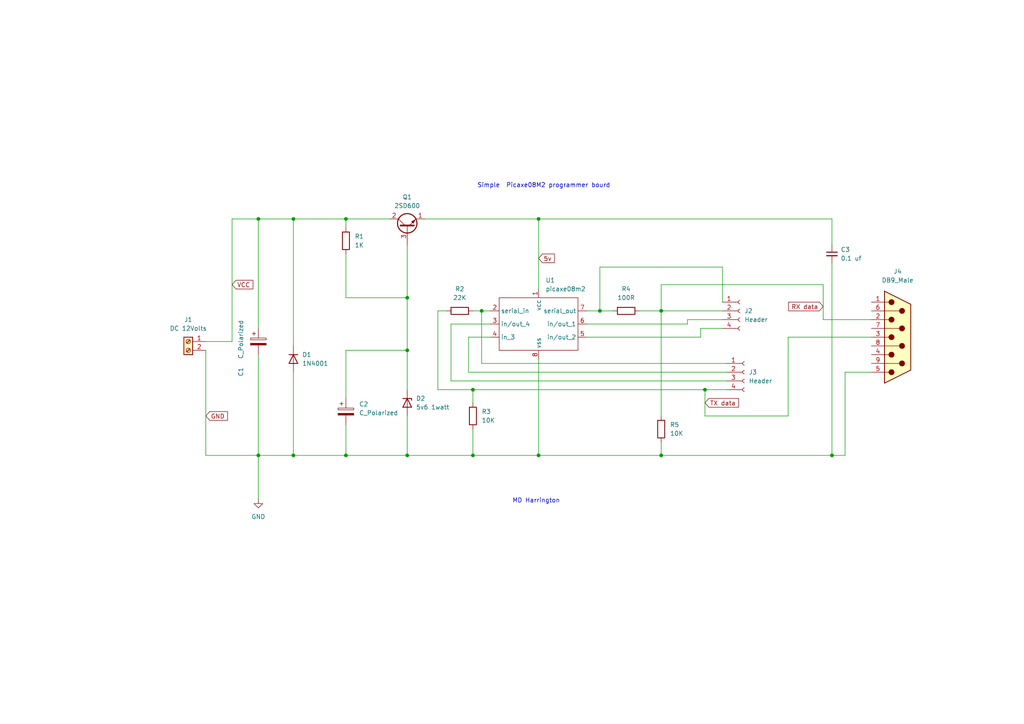
<source format=kicad_sch>
(kicad_sch (version 20211123) (generator eeschema)
  (paper "A4")
  (title_block (title "Pic Axe Programmer ") (date "2022-08-31") (rev "REV01") (company "MD Harrington"))
  (lib_symbols
    (symbol "Connector:Conn_01x04_Female" (pin_names (offset 1.016) hide)
      (property "Reference" "J" (at 0 5.08 0))
      (property "Value" "Conn_01x04_Female" (at 0 -7.62 0))
      (symbol "Conn_01x04_Female_1_1"
        (arc (start 0 -4.572) (mid -0.508 -5.08) (end 0 -5.588) (stroke (width 0.1524)))
        (arc (start 0 -2.032) (mid -0.508 -2.54) (end 0 -3.048) (stroke (width 0.1524)))
        (polyline (pts (xy -1.27 -5.08) (xy -0.508 -5.08)) (stroke (width 0.1524)))
        (polyline (pts (xy -1.27 -2.54) (xy -0.508 -2.54)) (stroke (width 0.1524)))
        (polyline (pts (xy -1.27 0) (xy -0.508 0)) (stroke (width 0.1524)))
        (polyline (pts (xy -1.27 2.54) (xy -0.508 2.54)) (stroke (width 0.1524)))
        (arc (start 0 0.508) (mid -0.508 0) (end 0 -0.508) (stroke (width 0.1524)))
        (arc (start 0 3.048) (mid -0.508 2.54) (end 0 2.032) (stroke (width 0.1524)))
        (pin passive line (at -5.08 2.54 0) (length 3.81) (name "Pin_1") (number "1"))
        (pin passive line (at -5.08 0 0) (length 3.81) (name "Pin_2") (number "2"))
        (pin passive line (at -5.08 -2.54 0) (length 3.81) (name "Pin_3") (number "3"))
        (pin passive line (at -5.08 -5.08 0) (length 3.81) (name "Pin_4") (number "4"))
      )
    )
    (symbol "Connector:DB9_Male" (pin_names (offset 1.016) hide)
      (property "Reference" "J" (at 0 13.97 0))
      (property "Value" "DB9_Male" (at 0 -14.605 0))
      (symbol "DB9_Male_0_1"
        (circle (center -1.778 -10.16) (radius 0.762) (fill (type outline)))
        (circle (center -1.778 -5.08) (radius 0.762) (fill (type outline)))
        (circle (center -1.778 0) (radius 0.762) (fill (type outline)))
        (circle (center -1.778 5.08) (radius 0.762) (fill (type outline)))
        (circle (center -1.778 10.16) (radius 0.762) (fill (type outline)))
        (polyline (pts (xy -3.81 -10.16) (xy -2.54 -10.16)))
        (polyline (pts (xy -3.81 -7.62) (xy 0.508 -7.62)))
        (polyline (pts (xy -3.81 -5.08) (xy -2.54 -5.08)))
        (polyline (pts (xy -3.81 -2.54) (xy 0.508 -2.54)))
        (polyline (pts (xy -3.81 0) (xy -2.54 0)))
        (polyline (pts (xy -3.81 2.54) (xy 0.508 2.54)))
        (polyline (pts (xy -3.81 5.08) (xy -2.54 5.08)))
        (polyline (pts (xy -3.81 7.62) (xy 0.508 7.62)))
        (polyline (pts (xy -3.81 10.16) (xy -2.54 10.16)))
        (polyline (pts (xy -3.81 -13.335) (xy -3.81 13.335) (xy 3.81 9.525) (xy 3.81 -9.525) (xy -3.81 -13.335)) (stroke (width 0.254)) (fill (type background)))
        (circle (center 1.27 -7.62) (radius 0.762) (fill (type outline)))
        (circle (center 1.27 -2.54) (radius 0.762) (fill (type outline)))
        (circle (center 1.27 2.54) (radius 0.762) (fill (type outline)))
        (circle (center 1.27 7.62) (radius 0.762) (fill (type outline)))
      )
      (symbol "DB9_Male_1_1"
        (pin passive line (at -7.62 -10.16 0) (length 3.81) (name "1") (number "1"))
        (pin passive line (at -7.62 -5.08 0) (length 3.81) (name "2") (number "2"))
        (pin passive line (at -7.62 0 0) (length 3.81) (name "3") (number "3"))
        (pin passive line (at -7.62 5.08 0) (length 3.81) (name "4") (number "4"))
        (pin passive line (at -7.62 10.16 0) (length 3.81) (name "5") (number "5"))
        (pin passive line (at -7.62 -7.62 0) (length 3.81) (name "6") (number "6"))
        (pin passive line (at -7.62 -2.54 0) (length 3.81) (name "7") (number "7"))
        (pin passive line (at -7.62 2.54 0) (length 3.81) (name "8") (number "8"))
        (pin passive line (at -7.62 7.62 0) (length 3.81) (name "9") (number "9"))
      )
    )
    (symbol "Connector:Screw_Terminal_01x02" (pin_names (offset 1.016) hide)
      (property "Reference" "J" (at 0 2.54 0))
      (property "Value" "Screw_Terminal_01x02" (at 0 -5.08 0))
      (symbol "Screw_Terminal_01x02_1_1"
        (rectangle (start -1.27 1.27) (end 1.27 -3.81) (stroke (width 0.254)) (fill (type background)))
        (circle (center 0 -2.54) (radius 0.635) (stroke (width 0.1524)))
        (polyline (pts (xy -0.5334 -2.2098) (xy 0.3302 -3.048)) (stroke (width 0.1524)))
        (polyline (pts (xy -0.5334 0.3302) (xy 0.3302 -0.508)) (stroke (width 0.1524)))
        (polyline (pts (xy -0.3556 -2.032) (xy 0.508 -2.8702)) (stroke (width 0.1524)))
        (polyline (pts (xy -0.3556 0.508) (xy 0.508 -0.3302)) (stroke (width 0.1524)))
        (circle (center 0 0) (radius 0.635) (stroke (width 0.1524)))
        (pin passive line (at -5.08 0 0) (length 3.81) (name "Pin_1") (number "1"))
        (pin passive line (at -5.08 -2.54 0) (length 3.81) (name "Pin_2") (number "2"))
      )
    )
    (symbol "Device:C_Polarized" (pin_numbers hide) (pin_names (offset 0.254))
      (property "Reference" "C" (at 0.635 2.54 0))
      (property "Value" "C_Polarized" (at 0.635 -2.54 0))
      (symbol "C_Polarized_0_1"
        (rectangle (start -2.286 0.508) (end 2.286 1.016))
        (polyline (pts (xy -1.778 2.286) (xy -0.762 2.286)))
        (polyline (pts (xy -1.27 2.794) (xy -1.27 1.778)))
        (rectangle (start 2.286 -0.508) (end -2.286 -1.016) (fill (type outline)))
      )
      (symbol "C_Polarized_1_1"
        (pin passive line (at 0 3.81 270) (length 2.794) (name "~") (number "1"))
        (pin passive line (at 0 -3.81 90) (length 2.794) (name "~") (number "2"))
      )
    )
    (symbol "Device:C_Small" (pin_numbers hide) (pin_names (offset 0.254) hide)
      (property "Reference" "C" (at 0.254 1.778 0))
      (property "Value" "C_Small" (at 0.254 -2.032 0))
      (symbol "C_Small_0_1"
        (polyline (pts (xy -1.524 -0.508) (xy 1.524 -0.508)) (stroke (width 0.3302)))
        (polyline (pts (xy -1.524 0.508) (xy 1.524 0.508)) (stroke (width 0.3048)))
      )
      (symbol "C_Small_1_1"
        (pin passive line (at 0 2.54 270) (length 2.032) (name "~") (number "1"))
        (pin passive line (at 0 -2.54 90) (length 2.032) (name "~") (number "2"))
      )
    )
    (symbol "Device:D_Zener" (pin_numbers hide) (pin_names (offset 1.016) hide)
      (property "Reference" "D" (at 0 2.54 0))
      (property "Value" "D_Zener" (at 0 -2.54 0))
      (symbol "D_Zener_0_1"
        (polyline (pts (xy 1.27 0) (xy -1.27 0)))
        (polyline (pts (xy -1.27 -1.27) (xy -1.27 1.27) (xy -0.762 1.27)) (stroke (width 0.254)))
        (polyline (pts (xy 1.27 -1.27) (xy 1.27 1.27) (xy -1.27 0) (xy 1.27 -1.27)) (stroke (width 0.254)))
      )
      (symbol "D_Zener_1_1"
        (pin passive line (at -3.81 0 0) (length 2.54) (name "K") (number "1"))
        (pin passive line (at 3.81 0 180) (length 2.54) (name "A") (number "2"))
      )
    )
    (symbol "Device:R" (pin_numbers hide) (pin_names (offset 0))
      (property "Reference" "R" (at 2.032 0 90))
      (property "Value" "R" (at 0 0 90))
      (symbol "R_0_1"
        (rectangle (start -1.016 -2.54) (end 1.016 2.54) (stroke (width 0.254)))
      )
      (symbol "R_1_1"
        (pin passive line (at 0 3.81 270) (length 1.27) (name "~") (number "1"))
        (pin passive line (at 0 -3.81 90) (length 1.27) (name "~") (number "2"))
      )
    )
    (symbol "Diode:1N4001" (pin_numbers hide) (pin_names (offset 1.016) hide)
      (property "Reference" "D" (at 0 2.54 0))
      (property "Value" "1N4001" (at 0 -2.54 0))
      (symbol "1N4001_0_1"
        (polyline (pts (xy -1.27 1.27) (xy -1.27 -1.27)) (stroke (width 0.254)))
        (polyline (pts (xy 1.27 0) (xy -1.27 0)))
        (polyline (pts (xy 1.27 1.27) (xy 1.27 -1.27) (xy -1.27 0) (xy 1.27 1.27)) (stroke (width 0.254)))
      )
      (symbol "1N4001_1_1"
        (pin passive line (at -3.81 0 0) (length 2.54) (name "K") (number "1"))
        (pin passive line (at 3.81 0 180) (length 2.54) (name "A") (number "2"))
      )
    )
    (symbol "PIXAXE08M2:picaxe08m2"
      (property "Reference" "U?" (at 3.81 10.16 0))
      (property "Value" "picaxe08m2" (at -10.16 -11.43 0))
      (symbol "picaxe08m2_0_1"
        (rectangle (start -11.43 7.62) (end 11.43 -7.62))
      )
      (symbol "picaxe08m2_1_1"
        (pin power_in line (at 0 10.16 270) (length 2.54) (name "vcc") (number "1"))
        (pin input line (at -13.97 3.81 0) (length 2.54) (name "serial_in") (number "2"))
        (pin bidirectional line (at -13.97 0 0) (length 2.54) (name "in/out_4") (number "3"))
        (pin input line (at -13.97 -3.81 0) (length 2.54) (name "in_3") (number "4"))
        (pin bidirectional line (at 13.97 -3.81 180) (length 2.54) (name "in/out_2") (number "5"))
        (pin bidirectional line (at 13.97 0 180) (length 2.54) (name "in/out_1") (number "6"))
        (pin output line (at 13.97 3.81 180) (length 2.54) (name "serial_out") (number "7"))
        (pin power_out line (at 0 -10.16 90) (length 2.54) (name "vss") (number "8"))
      )
    )
    (symbol "Transistor_BJT:2SD600" (pin_names (offset 0) hide)
      (property "Reference" "Q" (at 5.08 1.905 0))
      (property "Value" "2SD600" (at 5.08 0 0))
      (symbol "2SD600_0_1"
        (polyline (pts (xy 0 0) (xy 0.635 0)))
        (polyline (pts (xy 2.54 -2.54) (xy 0.635 -0.635)))
        (polyline (pts (xy 2.54 2.54) (xy 0.635 0.635)))
        (polyline (pts (xy 0.635 1.905) (xy 0.635 -1.905) (xy 0.635 -1.905)) (stroke (width 0.508)) (fill (type outline)))
        (polyline (pts (xy 1.27 -1.778) (xy 1.778 -1.27) (xy 2.286 -2.286) (xy 1.27 -1.778) (xy 1.27 -1.778)) (fill (type outline)))
        (circle (center 1.27 0) (radius 2.8194) (stroke (width 0.3048)))
      )
      (symbol "2SD600_1_1"
        (pin passive line (at 2.54 -5.08 90) (length 2.54) (name "E") (number "1"))
        (pin passive line (at 2.54 5.08 270) (length 2.54) (name "C") (number "2"))
        (pin input line (at -5.08 0 0) (length 5.08) (name "B") (number "3"))
      )
    )
    (symbol "power:GND" (power) (pin_names (offset 0))
      (property "Value" "GND" (at 0 -3.81 0))
      (symbol "GND_0_1"
        (polyline (pts (xy 0 0) (xy 0 -1.27) (xy 1.27 -1.27) (xy 0 -2.54) (xy -1.27 -1.27) (xy 0 -1.27)))
      )
      (symbol "GND_1_1"
        (pin power_in line (at 0 0 270) (length 0) hide (name "GND") (number "1"))
      )
    )
  )
  (junction (at 204.47 113.03))
  (junction (at 85.09 63.5))
  (junction (at 137.16 113.03))
  (junction (at 241.3 132.08))
  (junction (at 118.11 132.08))
  (junction (at 173.99 90.17))
  (junction (at 137.16 132.08))
  (junction (at 100.33 132.08))
  (junction (at 191.77 132.08))
  (junction (at 191.77 90.17))
  (junction (at 100.33 63.5))
  (junction (at 74.93 63.5))
  (junction (at 156.21 132.08))
  (junction (at 85.09 132.08))
  (junction (at 118.11 86.36))
  (junction (at 74.93 132.08))
  (junction (at 139.7 90.17))
  (junction (at 156.21 63.5))
  (junction (at 118.11 101.6))
  (wire (pts (xy 210.82 105.41) (xy 139.7 105.41)))
  (wire (pts (xy 100.33 132.08) (xy 85.09 132.08)))
  (wire (pts (xy 85.09 107.95) (xy 85.09 132.08)))
  (wire (pts (xy 137.16 132.08) (xy 156.21 132.08)))
  (wire (pts (xy 118.11 132.08) (xy 137.16 132.08)))
  (wire (pts (xy 173.99 90.17) (xy 177.8 90.17)))
  (wire (pts (xy 74.93 132.08) (xy 85.09 132.08)))
  (wire (pts (xy 191.77 82.55) (xy 191.77 90.17)))
  (wire (pts (xy 137.16 124.46) (xy 137.16 132.08)))
  (wire (pts (xy 238.76 92.71) (xy 238.76 82.55)))
  (wire (pts (xy 130.81 93.98) (xy 142.24 93.98)))
  (wire (pts (xy 59.69 99.06) (xy 67.31 99.06)))
  (wire (pts (xy 85.09 63.5) (xy 100.33 63.5)))
  (wire (pts (xy 74.93 102.87) (xy 74.93 132.08)))
  (wire (pts (xy 74.93 132.08) (xy 74.93 144.78)))
  (wire (pts (xy 199.39 93.98) (xy 170.18 93.98)))
  (wire (pts (xy 245.11 132.08) (xy 241.3 132.08)))
  (wire (pts (xy 100.33 123.19) (xy 100.33 132.08)))
  (wire (pts (xy 204.47 113.03) (xy 210.82 113.03)))
  (wire (pts (xy 100.33 101.6) (xy 100.33 115.57)))
  (wire (pts (xy 59.69 132.08) (xy 74.93 132.08)))
  (wire (pts (xy 135.89 97.79) (xy 142.24 97.79)))
  (wire (pts (xy 191.77 128.27) (xy 191.77 132.08)))
  (wire (pts (xy 238.76 82.55) (xy 191.77 82.55)))
  (wire (pts (xy 228.6 97.79) (xy 228.6 120.65)))
  (wire (pts (xy 100.33 63.5) (xy 100.33 66.04)))
  (wire (pts (xy 130.81 110.49) (xy 130.81 93.98)))
  (wire (pts (xy 139.7 90.17) (xy 142.24 90.17)))
  (wire (pts (xy 191.77 90.17) (xy 191.77 120.65)))
  (wire (pts (xy 137.16 90.17) (xy 139.7 90.17)))
  (wire (pts (xy 241.3 132.08) (xy 191.77 132.08)))
  (wire (pts (xy 127 90.17) (xy 127 113.03)))
  (wire (pts (xy 228.6 120.65) (xy 204.47 120.65)))
  (wire (pts (xy 156.21 63.5) (xy 156.21 83.82)))
  (wire (pts (xy 156.21 104.14) (xy 156.21 132.08)))
  (wire (pts (xy 241.3 76.2) (xy 241.3 132.08)))
  (wire (pts (xy 67.31 63.5) (xy 74.93 63.5)))
  (wire (pts (xy 127 113.03) (xy 137.16 113.03)))
  (wire (pts (xy 135.89 107.95) (xy 135.89 97.79)))
  (wire (pts (xy 209.55 77.47) (xy 173.99 77.47)))
  (wire (pts (xy 228.6 97.79) (xy 252.73 97.79)))
  (wire (pts (xy 209.55 92.71) (xy 199.39 92.71)))
  (wire (pts (xy 118.11 86.36) (xy 118.11 101.6)))
  (wire (pts (xy 118.11 101.6) (xy 118.11 113.03)))
  (wire (pts (xy 59.69 101.6) (xy 59.69 132.08)))
  (wire (pts (xy 173.99 77.47) (xy 173.99 90.17)))
  (wire (pts (xy 245.11 107.95) (xy 245.11 132.08)))
  (wire (pts (xy 118.11 132.08) (xy 100.33 132.08)))
  (wire (pts (xy 156.21 132.08) (xy 191.77 132.08)))
  (wire (pts (xy 139.7 90.17) (xy 139.7 105.41)))
  (wire (pts (xy 118.11 120.65) (xy 118.11 132.08)))
  (wire (pts (xy 203.2 97.79) (xy 170.18 97.79)))
  (wire (pts (xy 113.03 63.5) (xy 100.33 63.5)))
  (wire (pts (xy 130.81 110.49) (xy 210.82 110.49)))
  (wire (pts (xy 209.55 95.25) (xy 203.2 95.25)))
  (wire (pts (xy 252.73 92.71) (xy 238.76 92.71)))
  (wire (pts (xy 191.77 90.17) (xy 209.55 90.17)))
  (wire (pts (xy 74.93 63.5) (xy 74.93 95.25)))
  (wire (pts (xy 85.09 63.5) (xy 85.09 100.33)))
  (wire (pts (xy 100.33 101.6) (xy 118.11 101.6)))
  (wire (pts (xy 170.18 90.17) (xy 173.99 90.17)))
  (wire (pts (xy 129.54 90.17) (xy 127 90.17)))
  (wire (pts (xy 118.11 86.36) (xy 100.33 86.36)))
  (wire (pts (xy 67.31 99.06) (xy 67.31 63.5)))
  (wire (pts (xy 241.3 63.5) (xy 241.3 71.12)))
  (wire (pts (xy 100.33 86.36) (xy 100.33 73.66)))
  (wire (pts (xy 137.16 116.84) (xy 137.16 113.03)))
  (wire (pts (xy 199.39 92.71) (xy 199.39 93.98)))
  (wire (pts (xy 118.11 71.12) (xy 118.11 86.36)))
  (wire (pts (xy 209.55 87.63) (xy 209.55 77.47)))
  (wire (pts (xy 74.93 63.5) (xy 85.09 63.5)))
  (wire (pts (xy 185.42 90.17) (xy 191.77 90.17)))
  (wire (pts (xy 156.21 63.5) (xy 241.3 63.5)))
  (wire (pts (xy 203.2 95.25) (xy 203.2 97.79)))
  (wire (pts (xy 204.47 113.03) (xy 204.47 120.65)))
  (wire (pts (xy 137.16 113.03) (xy 204.47 113.03)))
  (wire (pts (xy 123.19 63.5) (xy 156.21 63.5)))
  (wire (pts (xy 135.89 107.95) (xy 210.82 107.95)))
  (wire (pts (xy 252.73 107.95) (xy 245.11 107.95)))
  (text "Simple  Picaxe08M2 programmer bourd" (at 138.43 54.61 0) (effects (font (size 1.27 1.27)) (justify left bottom)))
  (text "MD Harrington" (at 148.59 146.05 0) (effects (font (size 1.27 1.27)) (justify left bottom)))
  (global_label "VCC" (shape input) (at 67.31 82.55 0) (property "Intersheet References" "${INTERSHEET_REFS}" (effects hide)))
  (global_label "RX data" (shape input) (at 238.76 88.9 180) (property "Intersheet References" "${INTERSHEET_REFS}" (effects hide)))
  (global_label "TX data" (shape input) (at 204.47 116.84 0) (property "Intersheet References" "${INTERSHEET_REFS}" (effects hide)))
  (global_label "5v" (shape input) (at 156.21 74.93 0) (property "Intersheet References" "${INTERSHEET_REFS}" (effects hide)))
  (global_label "GND" (shape input) (at 59.69 120.65 0) (property "Intersheet References" "${INTERSHEET_REFS}" (effects hide)))
  (symbol (lib_id "Device:D_Zener") (at 118.11 116.84 270) (unit 1)
    (property "Reference" "D2" (at 120.65 115.5699 90) (effects (justify left)))
    (property "Value" "5v6 1watt" (at 120.65 118.1099 90) (effects (justify left)))
    (property "Footprint" "Diode_THT:D_5W_P12.70mm_Horizontal" (effects hide))
  )
  (symbol (lib_id "Device:R") (at 133.35 90.17 90) (unit 1)
    (property "Reference" "R2" (at 133.35 83.82 90))
    (property "Value" "22K" (at 133.35 86.36 90))
    (property "Footprint" "Resistor_THT:R_Axial_DIN0207_L6.3mm_D2.5mm_P7.62mm_Horizontal" (effects hide))
  )
  (symbol (lib_id "Transistor_BJT:2SD600") (at 118.11 66.04 90) (unit 1)
    (property "Reference" "Q1" (at 118.11 57.15 90))
    (property "Value" "2SD600" (at 118.11 59.69 90))
    (property "Footprint" "Package_TO_SOT_THT:TO-126-3_Vertical" (effects hide))
    (property "Datasheet" "http://pdf.datasheetcatalog.com/datasheet/sanyo/ds_pdf_e/2SB631.pdf" (effects hide))
  )
  (symbol (lib_id "Connector:Conn_01x04_Female") (at 215.9 107.95 0) (unit 1)
    (property "Reference" "J3" (at 217.17 107.9499 0) (effects (justify left)))
    (property "Value" "Header" (at 217.17 110.4899 0) (effects (justify left)))
    (property "Footprint" "Connector_Wuerth:Wuerth_WR-WTB_64800411622_1x04_P1.50mm_Vertical" (effects hide))
  )
  (symbol (lib_id "Connector:DB9_Male") (at 260.35 97.79 0) (mirror x) (unit 1)
    (property "Reference" "J4" (at 260.35 78.74 0))
    (property "Value" "DB9_Male" (at 260.35 81.28 0))
    (property "Footprint" "Connector_Dsub:DSUB-9_Female_Horizontal_P2.77x2.54mm_EdgePinOffset9.40mm" (effects hide))
    (property "Datasheet" " ~" (effects hide))
  )
  (symbol (lib_id "Device:R") (at 191.77 124.46 0) (unit 1)
    (property "Reference" "R5" (at 194.31 123.1899 0) (effects (justify left)))
    (property "Value" "10K" (at 194.31 125.7299 0) (effects (justify left)))
    (property "Footprint" "Resistor_THT:R_Axial_DIN0207_L6.3mm_D2.5mm_P7.62mm_Horizontal" (effects hide))
  )
  (symbol (lib_id "PIXAXE08M2:picaxe08m2") (at 156.21 93.98 0) (unit 1)
    (property "Reference" "U1" (at 158.2294 81.28 0) (effects (justify left)))
    (property "Value" "picaxe08m2" (at 158.2294 83.82 0) (effects (justify left)))
    (property "Footprint" "Package_DIP:DIP-8_W7.62mm" (effects hide))
  )
  (symbol (lib_id "power:GND") (at 74.93 144.78 0) (unit 1)
    (property "Reference" "#PWR01" (effects hide))
    (property "Value" "GND" (at 74.93 149.86 0))
  )
  (symbol (lib_id "Diode:1N4001") (at 85.09 104.14 270) (unit 1)
    (property "Reference" "D1" (at 87.63 102.8699 90) (effects (justify left)))
    (property "Value" "1N4001" (at 87.63 105.4099 90) (effects (justify left)))
    (property "Footprint" "Diode_THT:D_DO-41_SOD81_P10.16mm_Horizontal" (effects hide))
    (property "Datasheet" "http://www.vishay.com/docs/88503/1n4001.pdf" (effects hide))
  )
  (symbol (lib_id "Device:C_Polarized") (at 74.93 99.06 0) (unit 1)
    (property "Reference" "C1" (at 69.85 109.22 90) (effects (justify left)))
    (property "Value" "C_Polarized" (at 69.85 104.14 90) (effects (justify left)))
    (property "Footprint" "Capacitor_THT:CP_Radial_D6.3mm_P2.50mm" (effects hide))
  )
  (symbol (lib_id "Device:R") (at 137.16 120.65 0) (unit 1)
    (property "Reference" "R3" (at 139.7 119.3799 0) (effects (justify left)))
    (property "Value" "10K" (at 139.7 121.9199 0) (effects (justify left)))
    (property "Footprint" "Resistor_THT:R_Axial_DIN0207_L6.3mm_D2.5mm_P7.62mm_Horizontal" (effects hide))
  )
  (symbol (lib_id "Connector:Conn_01x04_Female") (at 214.63 90.17 0) (unit 1)
    (property "Reference" "J2" (at 215.9 90.1699 0) (effects (justify left)))
    (property "Value" "Header" (at 215.9 92.7099 0) (effects (justify left)))
    (property "Footprint" "Connector_Wuerth:Wuerth_WR-WTB_64800411622_1x04_P1.50mm_Vertical" (effects hide))
  )
  (symbol (lib_id "Device:R") (at 181.61 90.17 90) (unit 1)
    (property "Reference" "R4" (at 181.61 83.82 90))
    (property "Value" "100R" (at 181.61 86.36 90))
    (property "Footprint" "Resistor_THT:R_Axial_DIN0207_L6.3mm_D2.5mm_P7.62mm_Horizontal" (effects hide))
  )
  (symbol (lib_id "Device:C_Polarized") (at 100.33 119.38 0) (unit 1)
    (property "Reference" "C2" (at 104.14 117.2209 0) (effects (justify left)))
    (property "Value" "C_Polarized" (at 104.14 119.7609 0) (effects (justify left)))
    (property "Footprint" "Capacitor_THT:CP_Radial_D6.3mm_P2.50mm" (effects hide))
  )
  (symbol (lib_id "Device:R") (at 100.33 69.85 0) (unit 1)
    (property "Reference" "R1" (at 102.87 68.5799 0) (effects (justify left)))
    (property "Value" "1K" (at 102.87 71.1199 0) (effects (justify left)))
    (property "Footprint" "Resistor_THT:R_Axial_DIN0207_L6.3mm_D2.5mm_P7.62mm_Horizontal" (effects hide))
  )
  (symbol (lib_id "Connector:Screw_Terminal_01x02") (at 54.61 99.06 0) (mirror y) (unit 1)
    (property "Reference" "J1" (at 54.61 92.71 0))
    (property "Value" "DC 12Volts" (at 54.61 95.25 0))
    (property "Footprint" "TerminalBlock_MetzConnect:TerminalBlock_MetzConnect_Type094_RT03502HBLU_1x02_P5.00mm_Horizontal" (effects hide))
  )
  (symbol (lib_id "Device:C_Small") (at 241.3 73.66 0) (unit 1)
    (property "Reference" "C3" (at 243.84 72.3962 0) (effects (justify left)))
    (property "Value" "0.1 uf" (at 243.84 74.9362 0) (effects (justify left)))
    (property "Footprint" "Capacitor_THT:C_Disc_D3.4mm_W2.1mm_P2.50mm" (effects hide))
  )
)
</source>
